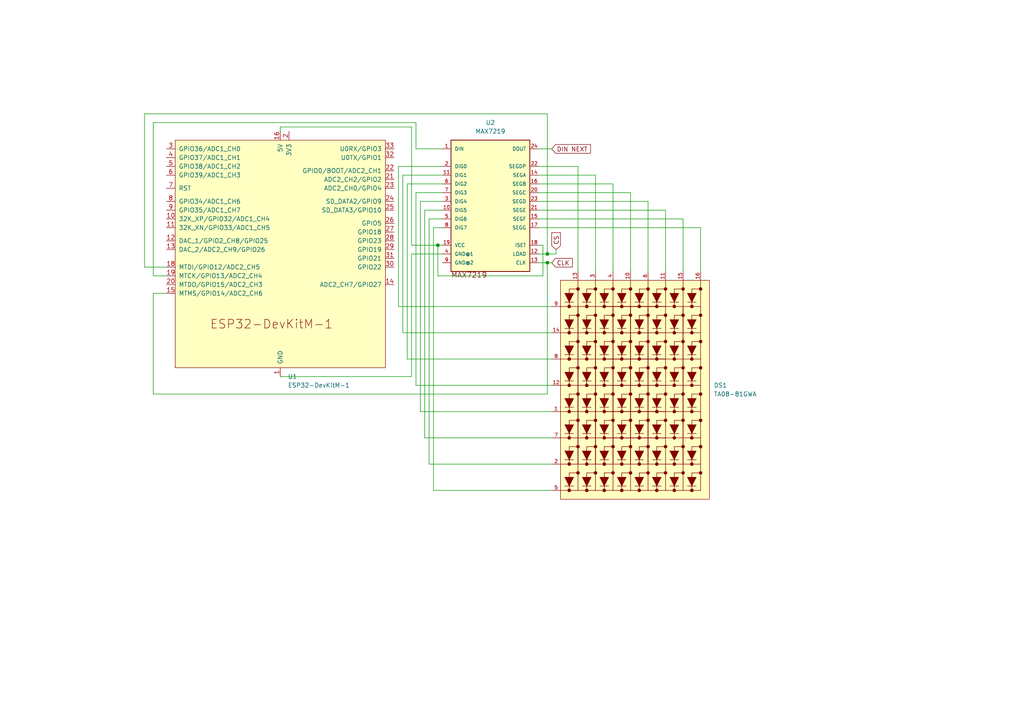
<source format=kicad_sch>
(kicad_sch (version 20231120) (generator "eeschema") (generator_version "8.0")
  (paper "A4")
  (lib_symbols
    (symbol "MAX7219:MAX7219" (pin_names (offset 1.016))
      (property "Reference" "U" (at -11.4428 19.7071 0))
      (property "Value" "MAX7219" (at 0 0 0))
      (symbol "MAX7219_0_0"
        (text "MAX7219" (at -11.4337 -20.9618 0) (effects (font (size 1.5245 1.5245)) (justify left bottom)))
        (pin bidirectional line (at -13.97 16.51 0) (length 2.54) (name "DIN") (number "1"))
        (pin bidirectional line (at -13.97 -1.27 0) (length 2.54) (name "DIG5") (number "10"))
        (pin bidirectional line (at -13.97 8.89 0) (length 2.54) (name "DIG1") (number "11"))
        (pin bidirectional line (at 13.97 -13.97 180) (length 2.54) (name "LOAD") (number "12"))
        (pin bidirectional line (at 13.97 -16.51 180) (length 2.54) (name "CLK") (number "13"))
        (pin bidirectional line (at 13.97 8.89 180) (length 2.54) (name "SEGA") (number "14"))
        (pin bidirectional line (at 13.97 -3.81 180) (length 2.54) (name "SEGF") (number "15"))
        (pin bidirectional line (at 13.97 6.35 180) (length 2.54) (name "SEGB") (number "16"))
        (pin bidirectional line (at 13.97 -6.35 180) (length 2.54) (name "SEGG") (number "17"))
        (pin bidirectional line (at 13.97 -11.43 180) (length 2.54) (name "ISET") (number "18"))
        (pin bidirectional line (at -13.97 -11.43 0) (length 2.54) (name "VCC") (number "19"))
        (pin bidirectional line (at -13.97 11.43 0) (length 2.54) (name "DIG0") (number "2"))
        (pin bidirectional line (at 13.97 3.81 180) (length 2.54) (name "SEGC") (number "20"))
        (pin bidirectional line (at 13.97 -1.27 180) (length 2.54) (name "SEGE") (number "21"))
        (pin bidirectional line (at 13.97 11.43 180) (length 2.54) (name "SEGDP") (number "22"))
        (pin bidirectional line (at 13.97 1.27 180) (length 2.54) (name "SEGD") (number "23"))
        (pin bidirectional line (at 13.97 16.51 180) (length 2.54) (name "DOUT") (number "24"))
        (pin bidirectional line (at -13.97 1.27 0) (length 2.54) (name "DIG4") (number "3"))
        (pin bidirectional line (at -13.97 -13.97 0) (length 2.54) (name "GND@1") (number "4"))
        (pin bidirectional line (at -13.97 -3.81 0) (length 2.54) (name "DIG6") (number "5"))
        (pin bidirectional line (at -13.97 6.35 0) (length 2.54) (name "DIG2") (number "6"))
        (pin bidirectional line (at -13.97 3.81 0) (length 2.54) (name "DIG3") (number "7"))
        (pin bidirectional line (at -13.97 -6.35 0) (length 2.54) (name "DIG7") (number "8"))
        (pin bidirectional line (at -13.97 -16.51 0) (length 2.54) (name "GND@2") (number "9"))
      )
    )
    (symbol "PCM_Espressif:ESP32-DevKitM-1" (pin_names (offset 1.016))
      (property "Reference" "U" (at -30.48 38.1 0))
      (property "Value" "ESP32-DevKitM-1" (at -30.48 35.56 0))
      (symbol "ESP32-DevKitM-1_1_0"
        (text "ESP32-DevKitM-1" (at -2.54 -20.32 0) (effects (font (size 2.54 2.54))))
        (pin power_in line (at 0 -35.56 90) (length 2.54) (name "GND") (number "1"))
        (pin bidirectional line (at -33.02 10.16 0) (length 2.54) (name "32K_XP/GPIO32/ADC1_CH4") (number "10"))
        (pin bidirectional line (at -33.02 7.62 0) (length 2.54) (name "32K_XN/GPIO33/ADC1_CH5") (number "11"))
        (pin bidirectional line (at -33.02 3.81 0) (length 2.54) (name "DAC_1/GPIO2_CH8/GPIO25") (number "12"))
        (pin bidirectional line (at -33.02 1.27 0) (length 2.54) (name "DAC_2/ADC2_CH9/GPIO26") (number "13"))
        (pin power_in line (at 0 35.56 270) (length 2.54) (name "5V") (number "16"))
        (pin input line (at -33.02 30.48 0) (length 2.54) (name "GPIO36/ADC1_CH0") (number "3"))
        (pin input line (at -33.02 27.94 0) (length 2.54) (name "GPIO37/ADC1_CH1") (number "4"))
        (pin input line (at -33.02 25.4 0) (length 2.54) (name "GPIO38/ADC1_CH2") (number "5"))
        (pin input line (at -33.02 22.86 0) (length 2.54) (name "GPIO39/ADC1_CH3") (number "6"))
        (pin input line (at -33.02 19.05 0) (length 2.54) (name "RST") (number "7"))
        (pin input line (at -33.02 15.24 0) (length 2.54) (name "GPIO34/ADC1_CH6") (number "8"))
        (pin input line (at -33.02 12.7 0) (length 2.54) (name "GPIO35/ADC1_CH7") (number "9"))
      )
      (symbol "ESP32-DevKitM-1_1_1"
        (pin bidirectional line (at 33.02 -8.89 180) (length 2.54) (name "ADC2_CH7/GPIO27") (number "14"))
        (pin bidirectional line (at -33.02 -11.43 0) (length 2.54) (name "MTMS/GPIO14/ADC2_CH6") (number "15"))
        (pin passive line (at 0 -35.56 90) (length 2.54) hide (name "GND") (number "17"))
        (pin bidirectional line (at -33.02 -3.81 0) (length 2.54) (name "MTDI/GPIO12/ADC2_CH5") (number "18"))
        (pin bidirectional line (at -33.02 -6.35 0) (length 2.54) (name "MTCK/GPIO13/ADC2_CH4") (number "19"))
        (pin power_in line (at 2.54 35.56 270) (length 2.54) (name "3V3") (number "2"))
        (pin bidirectional line (at -33.02 -8.89 0) (length 2.54) (name "MTDO/GPIO15/ADC2_CH3") (number "20"))
        (pin bidirectional line (at 33.02 21.59 180) (length 2.54) (name "ADC2_CH2/GPIO2") (number "21"))
        (pin bidirectional line (at 33.02 24.13 180) (length 2.54) (name "GPIO0/BOOT/ADC2_CH1") (number "22"))
        (pin bidirectional line (at 33.02 19.05 180) (length 2.54) (name "ADC2_CH0/GPIO4") (number "23"))
        (pin bidirectional line (at 33.02 15.24 180) (length 2.54) (name "SD_DATA2/GPIO9") (number "24"))
        (pin bidirectional line (at 33.02 12.7 180) (length 2.54) (name "SD_DATA3/GPIO10") (number "25"))
        (pin bidirectional line (at 33.02 8.89 180) (length 2.54) (name "GPIO5") (number "26"))
        (pin bidirectional line (at 33.02 6.35 180) (length 2.54) (name "GPIO18") (number "27"))
        (pin bidirectional line (at 33.02 3.81 180) (length 2.54) (name "GPIO23") (number "28"))
        (pin bidirectional line (at 33.02 1.27 180) (length 2.54) (name "GPIO19") (number "29"))
        (pin bidirectional line (at 33.02 -3.81 180) (length 2.54) (name "GPIO22") (number "30"))
        (pin bidirectional line (at 33.02 -1.27 180) (length 2.54) (name "GPIO21") (number "31"))
        (pin bidirectional line (at 33.02 27.94 180) (length 2.54) (name "U0TX/GPIO1") (number "32"))
        (pin bidirectional line (at 33.02 30.48 180) (length 2.54) (name "U0RX/GPIO3") (number "33"))
        (pin passive line (at 0 -35.56 90) (length 2.54) hide (name "GND") (number "34"))
      )
    )
    (symbol "TA08-81GWA:TA08-81GWA" (pin_names (offset 1.016))
      (property "Reference" "DS" (at -20.32 38.1 0))
      (property "Value" "TA08-81GWA" (at -20.32 -38.1 0))
      (symbol "TA08-81GWA_0_0"
        (pin passive line (at -22.86 -7.62 0) (length 2.54) (name "~") (number "1"))
        (pin passive line (at 0 33.02 270) (length 2.54) (name "~") (number "10"))
        (pin passive line (at 10.16 33.02 270) (length 2.54) (name "~") (number "11"))
        (pin passive line (at -22.86 0 0) (length 2.54) (name "~") (number "12"))
        (pin passive line (at -15.24 33.02 270) (length 2.54) (name "~") (number "13"))
        (pin passive line (at -22.86 15.24 0) (length 2.54) (name "~") (number "14"))
        (pin passive line (at 15.24 33.02 270) (length 2.54) (name "~") (number "15"))
        (pin passive line (at 20.32 33.02 270) (length 2.54) (name "~") (number "16"))
        (pin passive line (at -22.86 -22.86 0) (length 2.54) (name "~") (number "2"))
        (pin passive line (at -10.16 33.02 270) (length 2.54) (name "~") (number "3"))
        (pin passive line (at -5.08 33.02 270) (length 2.54) (name "~") (number "4"))
        (pin passive line (at -22.86 -30.48 0) (length 2.54) (name "~") (number "5"))
        (pin passive line (at 5.08 33.02 270) (length 2.54) (name "~") (number "6"))
        (pin passive line (at -22.86 -15.24 0) (length 2.54) (name "~") (number "7"))
        (pin passive line (at -22.86 7.62 0) (length 2.54) (name "~") (number "8"))
        (pin passive line (at -22.86 22.86 0) (length 2.54) (name "~") (number "9"))
      )
    )
  )
  (junction (at 158.75 76.2))
  (junction (at 127 71.12))
  (junction (at 158.75 73.66))
  (wire (pts (xy 128.27 60.96) (xy 123.19 60.96)))
  (wire (pts (xy 81.28 36.83) (xy 119.38 36.83)))
  (wire (pts (xy 44.45 35.56) (xy 120.65 35.56)))
  (wire (pts (xy 48.26 80.01) (xy 44.45 80.01)))
  (wire (pts (xy 116.84 96.52) (xy 160.02 96.52)))
  (wire (pts (xy 158.75 73.66) (xy 156.21 73.66)))
  (wire (pts (xy 119.38 73.66) (xy 128.27 73.66)))
  (wire (pts (xy 81.28 38.1) (xy 81.28 36.83)))
  (wire (pts (xy 120.65 111.76) (xy 160.02 111.76)))
  (wire (pts (xy 156.21 63.5) (xy 198.12 63.5)))
  (wire (pts (xy 128.27 55.88) (xy 120.65 55.88)))
  (wire (pts (xy 120.65 55.88) (xy 120.65 111.76)))
  (wire (pts (xy 158.75 33.02) (xy 158.75 73.66)))
  (wire (pts (xy 157.48 80.01) (xy 127 80.01)))
  (wire (pts (xy 128.27 48.26) (xy 115.57 48.26)))
  (wire (pts (xy 177.8 53.34) (xy 177.8 78.74)))
  (wire (pts (xy 128.27 50.8) (xy 116.84 50.8)))
  (wire (pts (xy 124.46 134.62) (xy 160.02 134.62)))
  (wire (pts (xy 128.27 66.04) (xy 125.73 66.04)))
  (wire (pts (xy 121.92 58.42) (xy 121.92 119.38)))
  (wire (pts (xy 128.27 53.34) (xy 118.11 53.34)))
  (wire (pts (xy 182.88 55.88) (xy 182.88 78.74)))
  (wire (pts (xy 44.45 85.09) (xy 44.45 114.3)))
  (wire (pts (xy 193.04 60.96) (xy 193.04 78.74)))
  (wire (pts (xy 156.21 60.96) (xy 193.04 60.96)))
  (wire (pts (xy 158.75 114.3) (xy 158.75 76.2)))
  (wire (pts (xy 161.29 72.39) (xy 161.29 73.66)))
  (wire (pts (xy 128.27 63.5) (xy 124.46 63.5)))
  (wire (pts (xy 119.38 71.12) (xy 127 71.12)))
  (wire (pts (xy 128.27 58.42) (xy 121.92 58.42)))
  (wire (pts (xy 48.26 85.09) (xy 44.45 85.09)))
  (wire (pts (xy 120.65 35.56) (xy 120.65 43.18)))
  (wire (pts (xy 160.02 76.2) (xy 158.75 76.2)))
  (wire (pts (xy 116.84 50.8) (xy 116.84 96.52)))
  (wire (pts (xy 41.91 33.02) (xy 158.75 33.02)))
  (wire (pts (xy 125.73 142.24) (xy 160.02 142.24)))
  (wire (pts (xy 121.92 119.38) (xy 160.02 119.38)))
  (wire (pts (xy 156.21 58.42) (xy 187.96 58.42)))
  (wire (pts (xy 198.12 63.5) (xy 198.12 78.74)))
  (wire (pts (xy 172.72 50.8) (xy 172.72 78.74)))
  (wire (pts (xy 167.64 48.26) (xy 167.64 78.74)))
  (wire (pts (xy 156.21 53.34) (xy 177.8 53.34)))
  (wire (pts (xy 120.65 43.18) (xy 128.27 43.18)))
  (wire (pts (xy 41.91 77.47) (xy 41.91 33.02)))
  (wire (pts (xy 123.19 127) (xy 160.02 127)))
  (wire (pts (xy 48.26 77.47) (xy 41.91 77.47)))
  (wire (pts (xy 115.57 88.9) (xy 160.02 88.9)))
  (wire (pts (xy 156.21 55.88) (xy 182.88 55.88)))
  (wire (pts (xy 118.11 104.14) (xy 160.02 104.14)))
  (wire (pts (xy 44.45 114.3) (xy 158.75 114.3)))
  (wire (pts (xy 119.38 36.83) (xy 119.38 71.12)))
  (wire (pts (xy 123.19 60.96) (xy 123.19 127)))
  (wire (pts (xy 187.96 58.42) (xy 187.96 78.74)))
  (wire (pts (xy 81.28 109.22) (xy 119.38 109.22)))
  (wire (pts (xy 156.21 71.12) (xy 157.48 71.12)))
  (wire (pts (xy 157.48 71.12) (xy 157.48 80.01)))
  (wire (pts (xy 156.21 50.8) (xy 172.72 50.8)))
  (wire (pts (xy 127 71.12) (xy 128.27 71.12)))
  (wire (pts (xy 158.75 76.2) (xy 156.21 76.2)))
  (wire (pts (xy 119.38 109.22) (xy 119.38 73.66)))
  (wire (pts (xy 127 80.01) (xy 127 71.12)))
  (wire (pts (xy 161.29 73.66) (xy 158.75 73.66)))
  (wire (pts (xy 124.46 63.5) (xy 124.46 134.62)))
  (wire (pts (xy 156.21 48.26) (xy 167.64 48.26)))
  (wire (pts (xy 115.57 48.26) (xy 115.57 88.9)))
  (wire (pts (xy 44.45 80.01) (xy 44.45 35.56)))
  (wire (pts (xy 156.21 43.18) (xy 160.02 43.18)))
  (wire (pts (xy 125.73 66.04) (xy 125.73 142.24)))
  (wire (pts (xy 203.2 66.04) (xy 203.2 78.74)))
  (wire (pts (xy 118.11 53.34) (xy 118.11 104.14)))
  (wire (pts (xy 156.21 66.04) (xy 203.2 66.04)))
  (global_label "CLK" (shape input) (at 160.02 76.2 0) (property "Intersheetrefs" "${INTERSHEET_REFS}" (effects (hide yes))))
  (global_label "DIN NEXT" (shape input) (at 160.02 43.18 0) (property "Intersheetrefs" "${INTERSHEET_REFS}" (effects (hide yes))))
  (global_label "CS" (shape input) (at 161.29 72.39 90) (property "Intersheetrefs" "${INTERSHEET_REFS}" (effects (hide yes))))
  (symbol (lib_id "TA08-81GWA:TA08-81GWA") (at 182.88 111.76 0) (unit 1)
    (property "Reference" "DS1" (at 207.01 111.7599 0) (effects (justify left)))
    (property "Value" "TA08-81GWA" (at 207.01 114.2999 0) (effects (justify left)))
    (property "Footprint" "TA08-81GWA:DISPLAY_TA08-81GWA" (effects (hide yes)))
    (property "MF" "Kingbright" (effects (hide yes)))
    (property "MAXIMUM_PACKAGE_HEIGHT" "6.0mm" (effects (hide yes)))
    (property "Package" "Package" (effects (hide yes)))
    (property "Price" "None" (effects (hide yes)))
    (property "Check_prices" "https://www.snapeda.com/parts/TA08-81GWA/Kingbright/view-part/?ref=eda" (effects (hide yes)))
    (property "STANDARD" "Manufacturer recommendations" (effects (hide yes)))
    (property "PARTREV" "V.11A" (effects (hide yes)))
    (property "SnapEDA_Link" "https://www.snapeda.com/parts/TA08-81GWA/Kingbright/view-part/?ref=snap" (effects (hide yes)))
    (property "MP" "TA08-81GWA" (effects (hide yes)))
    (property "Description_1" "\n                        \n                            DISPLAY, DOT MATRIX, 0.8, 8X8, GREEN; Display Dots x Lines: 8 x 8; LED Colour: Gr\n                        \n" (effects (hide yes)))
    (property "Availability" "In Stock" (effects (hide yes)))
    (property "MANUFACTURER" "Kingbright" (effects (hide yes)))
  )
  (symbol (lib_id "PCM_Espressif:ESP32-DevKitM-1") (at 81.28 73.66 0) (unit 1)
    (property "Reference" "U1" (at 83.4741 109.22 0) (effects (justify left)))
    (property "Value" "ESP32-DevKitM-1" (at 83.4741 111.76 0) (effects (justify left)))
    (property "Footprint" "PCM_Espressif:ESP32-DevKitM-1" (effects (hide yes)))
    (property "Datasheet" "https://docs.espressif.com/projects/esp-idf/zh_CN/latest/esp32/hw-reference/esp32/user-guide-devkitm-1.html" (effects (hide yes)))
    (property "Description" "Development Kit" (effects (hide yes)))
  )
  (symbol (lib_id "MAX7219:MAX7219") (at 142.24 59.69 0) (unit 1)
    (property "Reference" "U2" (at 142.24 35.56 0))
    (property "Value" "MAX7219" (at 142.24 38.1 0))
    (property "MF" "Analog Devices" (effects (hide yes)))
    (property "Description_1" "\n                        \n                            IC DRVR 7 SEGMENT 8 DIGIT 24DIP\n                        \n" (effects (hide yes)))
    (property "Package" "None" (effects (hide yes)))
    (property "Price" "None" (effects (hide yes)))
    (property "SnapEDA_Link" "https://www.snapeda.com/parts/MAX7219/Analog+Devices/view-part/?ref=snap" (effects (hide yes)))
    (property "MP" "MAX7219" (effects (hide yes)))
    (property "Availability" "Not in stock" (effects (hide yes)))
    (property "Check_prices" "https://www.snapeda.com/parts/MAX7219/Analog+Devices/view-part/?ref=eda" (effects (hide yes)))
  )
)
</source>
